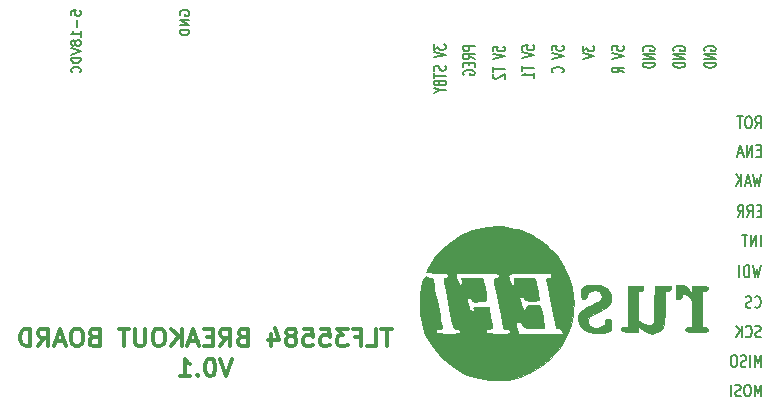
<source format=gbo>
%TF.GenerationSoftware,KiCad,Pcbnew,(5.0.2)-1*%
%TF.CreationDate,2019-01-19T15:18:41+08:00*%
%TF.ProjectId,TLF35584 breakout,544c4633-3535-4383-9420-627265616b6f,rev?*%
%TF.SameCoordinates,Original*%
%TF.FileFunction,Legend,Bot*%
%TF.FilePolarity,Positive*%
%FSLAX46Y46*%
G04 Gerber Fmt 4.6, Leading zero omitted, Abs format (unit mm)*
G04 Created by KiCad (PCBNEW (5.0.2)-1) date 19/01/2019 15:18:41*
%MOMM*%
%LPD*%
G01*
G04 APERTURE LIST*
%ADD10C,0.150000*%
%ADD11C,0.300000*%
%ADD12C,0.010000*%
G04 APERTURE END LIST*
D10*
X182757142Y-111952380D02*
X182757142Y-110952380D01*
X182490476Y-111666666D01*
X182223809Y-110952380D01*
X182223809Y-111952380D01*
X181690476Y-110952380D02*
X181538095Y-110952380D01*
X181461904Y-111000000D01*
X181385714Y-111095238D01*
X181347619Y-111285714D01*
X181347619Y-111619047D01*
X181385714Y-111809523D01*
X181461904Y-111904761D01*
X181538095Y-111952380D01*
X181690476Y-111952380D01*
X181766666Y-111904761D01*
X181842857Y-111809523D01*
X181880952Y-111619047D01*
X181880952Y-111285714D01*
X181842857Y-111095238D01*
X181766666Y-111000000D01*
X181690476Y-110952380D01*
X181042857Y-111904761D02*
X180928571Y-111952380D01*
X180738095Y-111952380D01*
X180661904Y-111904761D01*
X180623809Y-111857142D01*
X180585714Y-111761904D01*
X180585714Y-111666666D01*
X180623809Y-111571428D01*
X180661904Y-111523809D01*
X180738095Y-111476190D01*
X180890476Y-111428571D01*
X180966666Y-111380952D01*
X181004761Y-111333333D01*
X181042857Y-111238095D01*
X181042857Y-111142857D01*
X181004761Y-111047619D01*
X180966666Y-111000000D01*
X180890476Y-110952380D01*
X180700000Y-110952380D01*
X180585714Y-111000000D01*
X180242857Y-111952380D02*
X180242857Y-110952380D01*
X182757142Y-109452380D02*
X182757142Y-108452380D01*
X182490476Y-109166666D01*
X182223809Y-108452380D01*
X182223809Y-109452380D01*
X181842857Y-109452380D02*
X181842857Y-108452380D01*
X181500000Y-109404761D02*
X181385714Y-109452380D01*
X181195238Y-109452380D01*
X181119047Y-109404761D01*
X181080952Y-109357142D01*
X181042857Y-109261904D01*
X181042857Y-109166666D01*
X181080952Y-109071428D01*
X181119047Y-109023809D01*
X181195238Y-108976190D01*
X181347619Y-108928571D01*
X181423809Y-108880952D01*
X181461904Y-108833333D01*
X181500000Y-108738095D01*
X181500000Y-108642857D01*
X181461904Y-108547619D01*
X181423809Y-108500000D01*
X181347619Y-108452380D01*
X181157142Y-108452380D01*
X181042857Y-108500000D01*
X180547619Y-108452380D02*
X180395238Y-108452380D01*
X180319047Y-108500000D01*
X180242857Y-108595238D01*
X180204761Y-108785714D01*
X180204761Y-109119047D01*
X180242857Y-109309523D01*
X180319047Y-109404761D01*
X180395238Y-109452380D01*
X180547619Y-109452380D01*
X180623809Y-109404761D01*
X180700000Y-109309523D01*
X180738095Y-109119047D01*
X180738095Y-108785714D01*
X180700000Y-108595238D01*
X180623809Y-108500000D01*
X180547619Y-108452380D01*
X182728571Y-106904761D02*
X182614285Y-106952380D01*
X182423809Y-106952380D01*
X182347619Y-106904761D01*
X182309523Y-106857142D01*
X182271428Y-106761904D01*
X182271428Y-106666666D01*
X182309523Y-106571428D01*
X182347619Y-106523809D01*
X182423809Y-106476190D01*
X182576190Y-106428571D01*
X182652380Y-106380952D01*
X182690476Y-106333333D01*
X182728571Y-106238095D01*
X182728571Y-106142857D01*
X182690476Y-106047619D01*
X182652380Y-106000000D01*
X182576190Y-105952380D01*
X182385714Y-105952380D01*
X182271428Y-106000000D01*
X181471428Y-106857142D02*
X181509523Y-106904761D01*
X181623809Y-106952380D01*
X181700000Y-106952380D01*
X181814285Y-106904761D01*
X181890476Y-106809523D01*
X181928571Y-106714285D01*
X181966666Y-106523809D01*
X181966666Y-106380952D01*
X181928571Y-106190476D01*
X181890476Y-106095238D01*
X181814285Y-106000000D01*
X181700000Y-105952380D01*
X181623809Y-105952380D01*
X181509523Y-106000000D01*
X181471428Y-106047619D01*
X181128571Y-106952380D02*
X181128571Y-105952380D01*
X180671428Y-106952380D02*
X181014285Y-106380952D01*
X180671428Y-105952380D02*
X181128571Y-106523809D01*
X182233333Y-104357142D02*
X182271428Y-104404761D01*
X182385714Y-104452380D01*
X182461904Y-104452380D01*
X182576190Y-104404761D01*
X182652380Y-104309523D01*
X182690476Y-104214285D01*
X182728571Y-104023809D01*
X182728571Y-103880952D01*
X182690476Y-103690476D01*
X182652380Y-103595238D01*
X182576190Y-103500000D01*
X182461904Y-103452380D01*
X182385714Y-103452380D01*
X182271428Y-103500000D01*
X182233333Y-103547619D01*
X181928571Y-104404761D02*
X181814285Y-104452380D01*
X181623809Y-104452380D01*
X181547619Y-104404761D01*
X181509523Y-104357142D01*
X181471428Y-104261904D01*
X181471428Y-104166666D01*
X181509523Y-104071428D01*
X181547619Y-104023809D01*
X181623809Y-103976190D01*
X181776190Y-103928571D01*
X181852380Y-103880952D01*
X181890476Y-103833333D01*
X181928571Y-103738095D01*
X181928571Y-103642857D01*
X181890476Y-103547619D01*
X181852380Y-103500000D01*
X181776190Y-103452380D01*
X181585714Y-103452380D01*
X181471428Y-103500000D01*
X182733333Y-100852380D02*
X182542857Y-101852380D01*
X182390476Y-101138095D01*
X182238095Y-101852380D01*
X182047619Y-100852380D01*
X181742857Y-101852380D02*
X181742857Y-100852380D01*
X181552380Y-100852380D01*
X181438095Y-100900000D01*
X181361904Y-100995238D01*
X181323809Y-101090476D01*
X181285714Y-101280952D01*
X181285714Y-101423809D01*
X181323809Y-101614285D01*
X181361904Y-101709523D01*
X181438095Y-101804761D01*
X181552380Y-101852380D01*
X181742857Y-101852380D01*
X180942857Y-101852380D02*
X180942857Y-100852380D01*
X182723809Y-99252380D02*
X182723809Y-98252380D01*
X182342857Y-99252380D02*
X182342857Y-98252380D01*
X181885714Y-99252380D01*
X181885714Y-98252380D01*
X181619047Y-98252380D02*
X181161904Y-98252380D01*
X181390476Y-99252380D02*
X181390476Y-98252380D01*
X182771428Y-96228571D02*
X182504761Y-96228571D01*
X182390476Y-96752380D02*
X182771428Y-96752380D01*
X182771428Y-95752380D01*
X182390476Y-95752380D01*
X181590476Y-96752380D02*
X181857142Y-96276190D01*
X182047619Y-96752380D02*
X182047619Y-95752380D01*
X181742857Y-95752380D01*
X181666666Y-95800000D01*
X181628571Y-95847619D01*
X181590476Y-95942857D01*
X181590476Y-96085714D01*
X181628571Y-96180952D01*
X181666666Y-96228571D01*
X181742857Y-96276190D01*
X182047619Y-96276190D01*
X180790476Y-96752380D02*
X181057142Y-96276190D01*
X181247619Y-96752380D02*
X181247619Y-95752380D01*
X180942857Y-95752380D01*
X180866666Y-95800000D01*
X180828571Y-95847619D01*
X180790476Y-95942857D01*
X180790476Y-96085714D01*
X180828571Y-96180952D01*
X180866666Y-96228571D01*
X180942857Y-96276190D01*
X181247619Y-96276190D01*
X182785714Y-93152380D02*
X182595238Y-94152380D01*
X182442857Y-93438095D01*
X182290476Y-94152380D01*
X182100000Y-93152380D01*
X181833333Y-93866666D02*
X181452380Y-93866666D01*
X181909523Y-94152380D02*
X181642857Y-93152380D01*
X181376190Y-94152380D01*
X181109523Y-94152380D02*
X181109523Y-93152380D01*
X180652380Y-94152380D02*
X180995238Y-93580952D01*
X180652380Y-93152380D02*
X181109523Y-93723809D01*
X182733333Y-91128571D02*
X182466666Y-91128571D01*
X182352380Y-91652380D02*
X182733333Y-91652380D01*
X182733333Y-90652380D01*
X182352380Y-90652380D01*
X182009523Y-91652380D02*
X182009523Y-90652380D01*
X181552380Y-91652380D01*
X181552380Y-90652380D01*
X181209523Y-91366666D02*
X180828571Y-91366666D01*
X181285714Y-91652380D02*
X181019047Y-90652380D01*
X180752380Y-91652380D01*
X182276190Y-89252380D02*
X182542857Y-88776190D01*
X182733333Y-89252380D02*
X182733333Y-88252380D01*
X182428571Y-88252380D01*
X182352380Y-88300000D01*
X182314285Y-88347619D01*
X182276190Y-88442857D01*
X182276190Y-88585714D01*
X182314285Y-88680952D01*
X182352380Y-88728571D01*
X182428571Y-88776190D01*
X182733333Y-88776190D01*
X181780952Y-88252380D02*
X181628571Y-88252380D01*
X181552380Y-88300000D01*
X181476190Y-88395238D01*
X181438095Y-88585714D01*
X181438095Y-88919047D01*
X181476190Y-89109523D01*
X181552380Y-89204761D01*
X181628571Y-89252380D01*
X181780952Y-89252380D01*
X181857142Y-89204761D01*
X181933333Y-89109523D01*
X181971428Y-88919047D01*
X181971428Y-88585714D01*
X181933333Y-88395238D01*
X181857142Y-88300000D01*
X181780952Y-88252380D01*
X181209523Y-88252380D02*
X180752380Y-88252380D01*
X180980952Y-89252380D02*
X180980952Y-88252380D01*
X155052380Y-82150000D02*
X155052380Y-82583333D01*
X155433333Y-82350000D01*
X155433333Y-82450000D01*
X155480952Y-82516666D01*
X155528571Y-82550000D01*
X155623809Y-82583333D01*
X155861904Y-82583333D01*
X155957142Y-82550000D01*
X156004761Y-82516666D01*
X156052380Y-82450000D01*
X156052380Y-82250000D01*
X156004761Y-82183333D01*
X155957142Y-82150000D01*
X155052380Y-82783333D02*
X156052380Y-83016666D01*
X155052380Y-83250000D01*
X156004761Y-83983333D02*
X156052380Y-84083333D01*
X156052380Y-84250000D01*
X156004761Y-84316666D01*
X155957142Y-84350000D01*
X155861904Y-84383333D01*
X155766666Y-84383333D01*
X155671428Y-84350000D01*
X155623809Y-84316666D01*
X155576190Y-84250000D01*
X155528571Y-84116666D01*
X155480952Y-84050000D01*
X155433333Y-84016666D01*
X155338095Y-83983333D01*
X155242857Y-83983333D01*
X155147619Y-84016666D01*
X155100000Y-84050000D01*
X155052380Y-84116666D01*
X155052380Y-84283333D01*
X155100000Y-84383333D01*
X155052380Y-84583333D02*
X155052380Y-84983333D01*
X156052380Y-84783333D02*
X155052380Y-84783333D01*
X155528571Y-85450000D02*
X155576190Y-85550000D01*
X155623809Y-85583333D01*
X155719047Y-85616666D01*
X155861904Y-85616666D01*
X155957142Y-85583333D01*
X156004761Y-85550000D01*
X156052380Y-85483333D01*
X156052380Y-85216666D01*
X155052380Y-85216666D01*
X155052380Y-85450000D01*
X155100000Y-85516666D01*
X155147619Y-85550000D01*
X155242857Y-85583333D01*
X155338095Y-85583333D01*
X155433333Y-85550000D01*
X155480952Y-85516666D01*
X155528571Y-85450000D01*
X155528571Y-85216666D01*
X155576190Y-86050000D02*
X156052380Y-86050000D01*
X155052380Y-85816666D02*
X155576190Y-86050000D01*
X155052380Y-86283333D01*
X158552380Y-82300000D02*
X157552380Y-82300000D01*
X157552380Y-82566666D01*
X157600000Y-82633333D01*
X157647619Y-82666666D01*
X157742857Y-82700000D01*
X157885714Y-82700000D01*
X157980952Y-82666666D01*
X158028571Y-82633333D01*
X158076190Y-82566666D01*
X158076190Y-82300000D01*
X158552380Y-83400000D02*
X158076190Y-83166666D01*
X158552380Y-83000000D02*
X157552380Y-83000000D01*
X157552380Y-83266666D01*
X157600000Y-83333333D01*
X157647619Y-83366666D01*
X157742857Y-83400000D01*
X157885714Y-83400000D01*
X157980952Y-83366666D01*
X158028571Y-83333333D01*
X158076190Y-83266666D01*
X158076190Y-83000000D01*
X158028571Y-83700000D02*
X158028571Y-83933333D01*
X158552380Y-84033333D02*
X158552380Y-83700000D01*
X157552380Y-83700000D01*
X157552380Y-84033333D01*
X157600000Y-84700000D02*
X157552380Y-84633333D01*
X157552380Y-84533333D01*
X157600000Y-84433333D01*
X157695238Y-84366666D01*
X157790476Y-84333333D01*
X157980952Y-84300000D01*
X158123809Y-84300000D01*
X158314285Y-84333333D01*
X158409523Y-84366666D01*
X158504761Y-84433333D01*
X158552380Y-84533333D01*
X158552380Y-84600000D01*
X158504761Y-84700000D01*
X158457142Y-84733333D01*
X158123809Y-84733333D01*
X158123809Y-84600000D01*
X160052380Y-82700000D02*
X160052380Y-82366666D01*
X160528571Y-82333333D01*
X160480952Y-82366666D01*
X160433333Y-82433333D01*
X160433333Y-82600000D01*
X160480952Y-82666666D01*
X160528571Y-82700000D01*
X160623809Y-82733333D01*
X160861904Y-82733333D01*
X160957142Y-82700000D01*
X161004761Y-82666666D01*
X161052380Y-82600000D01*
X161052380Y-82433333D01*
X161004761Y-82366666D01*
X160957142Y-82333333D01*
X160052380Y-82933333D02*
X161052380Y-83166666D01*
X160052380Y-83400000D01*
X160052380Y-84066666D02*
X160052380Y-84466666D01*
X161052380Y-84266666D02*
X160052380Y-84266666D01*
X160147619Y-84666666D02*
X160100000Y-84700000D01*
X160052380Y-84766666D01*
X160052380Y-84933333D01*
X160100000Y-85000000D01*
X160147619Y-85033333D01*
X160242857Y-85066666D01*
X160338095Y-85066666D01*
X160480952Y-85033333D01*
X161052380Y-84633333D01*
X161052380Y-85066666D01*
X162552380Y-82600000D02*
X162552380Y-82266666D01*
X163028571Y-82233333D01*
X162980952Y-82266666D01*
X162933333Y-82333333D01*
X162933333Y-82500000D01*
X162980952Y-82566666D01*
X163028571Y-82600000D01*
X163123809Y-82633333D01*
X163361904Y-82633333D01*
X163457142Y-82600000D01*
X163504761Y-82566666D01*
X163552380Y-82500000D01*
X163552380Y-82333333D01*
X163504761Y-82266666D01*
X163457142Y-82233333D01*
X162552380Y-82833333D02*
X163552380Y-83066666D01*
X162552380Y-83300000D01*
X162552380Y-83966666D02*
X162552380Y-84366666D01*
X163552380Y-84166666D02*
X162552380Y-84166666D01*
X163552380Y-84966666D02*
X163552380Y-84566666D01*
X163552380Y-84766666D02*
X162552380Y-84766666D01*
X162695238Y-84700000D01*
X162790476Y-84633333D01*
X162838095Y-84566666D01*
X165052380Y-82650000D02*
X165052380Y-82316666D01*
X165528571Y-82283333D01*
X165480952Y-82316666D01*
X165433333Y-82383333D01*
X165433333Y-82550000D01*
X165480952Y-82616666D01*
X165528571Y-82650000D01*
X165623809Y-82683333D01*
X165861904Y-82683333D01*
X165957142Y-82650000D01*
X166004761Y-82616666D01*
X166052380Y-82550000D01*
X166052380Y-82383333D01*
X166004761Y-82316666D01*
X165957142Y-82283333D01*
X165052380Y-82883333D02*
X166052380Y-83116666D01*
X165052380Y-83350000D01*
X165957142Y-84516666D02*
X166004761Y-84483333D01*
X166052380Y-84383333D01*
X166052380Y-84316666D01*
X166004761Y-84216666D01*
X165909523Y-84150000D01*
X165814285Y-84116666D01*
X165623809Y-84083333D01*
X165480952Y-84083333D01*
X165290476Y-84116666D01*
X165195238Y-84150000D01*
X165100000Y-84216666D01*
X165052380Y-84316666D01*
X165052380Y-84383333D01*
X165100000Y-84483333D01*
X165147619Y-84516666D01*
X167652380Y-82266666D02*
X167652380Y-82700000D01*
X168033333Y-82466666D01*
X168033333Y-82566666D01*
X168080952Y-82633333D01*
X168128571Y-82666666D01*
X168223809Y-82700000D01*
X168461904Y-82700000D01*
X168557142Y-82666666D01*
X168604761Y-82633333D01*
X168652380Y-82566666D01*
X168652380Y-82366666D01*
X168604761Y-82300000D01*
X168557142Y-82266666D01*
X167652380Y-82900000D02*
X168652380Y-83133333D01*
X167652380Y-83366666D01*
X170152380Y-82650000D02*
X170152380Y-82316666D01*
X170628571Y-82283333D01*
X170580952Y-82316666D01*
X170533333Y-82383333D01*
X170533333Y-82550000D01*
X170580952Y-82616666D01*
X170628571Y-82650000D01*
X170723809Y-82683333D01*
X170961904Y-82683333D01*
X171057142Y-82650000D01*
X171104761Y-82616666D01*
X171152380Y-82550000D01*
X171152380Y-82383333D01*
X171104761Y-82316666D01*
X171057142Y-82283333D01*
X170152380Y-82883333D02*
X171152380Y-83116666D01*
X170152380Y-83350000D01*
X171152380Y-84516666D02*
X170676190Y-84283333D01*
X171152380Y-84116666D02*
X170152380Y-84116666D01*
X170152380Y-84383333D01*
X170200000Y-84450000D01*
X170247619Y-84483333D01*
X170342857Y-84516666D01*
X170485714Y-84516666D01*
X170580952Y-84483333D01*
X170628571Y-84450000D01*
X170676190Y-84383333D01*
X170676190Y-84116666D01*
X172800000Y-82666666D02*
X172752380Y-82600000D01*
X172752380Y-82500000D01*
X172800000Y-82400000D01*
X172895238Y-82333333D01*
X172990476Y-82300000D01*
X173180952Y-82266666D01*
X173323809Y-82266666D01*
X173514285Y-82300000D01*
X173609523Y-82333333D01*
X173704761Y-82400000D01*
X173752380Y-82500000D01*
X173752380Y-82566666D01*
X173704761Y-82666666D01*
X173657142Y-82700000D01*
X173323809Y-82700000D01*
X173323809Y-82566666D01*
X173752380Y-83000000D02*
X172752380Y-83000000D01*
X173752380Y-83400000D01*
X172752380Y-83400000D01*
X173752380Y-83733333D02*
X172752380Y-83733333D01*
X172752380Y-83900000D01*
X172800000Y-84000000D01*
X172895238Y-84066666D01*
X172990476Y-84100000D01*
X173180952Y-84133333D01*
X173323809Y-84133333D01*
X173514285Y-84100000D01*
X173609523Y-84066666D01*
X173704761Y-84000000D01*
X173752380Y-83900000D01*
X173752380Y-83733333D01*
X175400000Y-82666666D02*
X175352380Y-82600000D01*
X175352380Y-82500000D01*
X175400000Y-82400000D01*
X175495238Y-82333333D01*
X175590476Y-82300000D01*
X175780952Y-82266666D01*
X175923809Y-82266666D01*
X176114285Y-82300000D01*
X176209523Y-82333333D01*
X176304761Y-82400000D01*
X176352380Y-82500000D01*
X176352380Y-82566666D01*
X176304761Y-82666666D01*
X176257142Y-82700000D01*
X175923809Y-82700000D01*
X175923809Y-82566666D01*
X176352380Y-83000000D02*
X175352380Y-83000000D01*
X176352380Y-83400000D01*
X175352380Y-83400000D01*
X176352380Y-83733333D02*
X175352380Y-83733333D01*
X175352380Y-83900000D01*
X175400000Y-84000000D01*
X175495238Y-84066666D01*
X175590476Y-84100000D01*
X175780952Y-84133333D01*
X175923809Y-84133333D01*
X176114285Y-84100000D01*
X176209523Y-84066666D01*
X176304761Y-84000000D01*
X176352380Y-83900000D01*
X176352380Y-83733333D01*
X178000000Y-82666666D02*
X177952380Y-82600000D01*
X177952380Y-82500000D01*
X178000000Y-82400000D01*
X178095238Y-82333333D01*
X178190476Y-82300000D01*
X178380952Y-82266666D01*
X178523809Y-82266666D01*
X178714285Y-82300000D01*
X178809523Y-82333333D01*
X178904761Y-82400000D01*
X178952380Y-82500000D01*
X178952380Y-82566666D01*
X178904761Y-82666666D01*
X178857142Y-82700000D01*
X178523809Y-82700000D01*
X178523809Y-82566666D01*
X178952380Y-83000000D02*
X177952380Y-83000000D01*
X178952380Y-83400000D01*
X177952380Y-83400000D01*
X178952380Y-83733333D02*
X177952380Y-83733333D01*
X177952380Y-83900000D01*
X178000000Y-84000000D01*
X178095238Y-84066666D01*
X178190476Y-84100000D01*
X178380952Y-84133333D01*
X178523809Y-84133333D01*
X178714285Y-84100000D01*
X178809523Y-84066666D01*
X178904761Y-84000000D01*
X178952380Y-83900000D01*
X178952380Y-83733333D01*
X124361904Y-79690476D02*
X124361904Y-79309523D01*
X124742857Y-79271428D01*
X124704761Y-79309523D01*
X124666666Y-79385714D01*
X124666666Y-79576190D01*
X124704761Y-79652380D01*
X124742857Y-79690476D01*
X124819047Y-79728571D01*
X125009523Y-79728571D01*
X125085714Y-79690476D01*
X125123809Y-79652380D01*
X125161904Y-79576190D01*
X125161904Y-79385714D01*
X125123809Y-79309523D01*
X125085714Y-79271428D01*
X124857142Y-80071428D02*
X124857142Y-80680952D01*
X125161904Y-81480952D02*
X125161904Y-81023809D01*
X125161904Y-81252380D02*
X124361904Y-81252380D01*
X124476190Y-81176190D01*
X124552380Y-81100000D01*
X124590476Y-81023809D01*
X124704761Y-81938095D02*
X124666666Y-81861904D01*
X124628571Y-81823809D01*
X124552380Y-81785714D01*
X124514285Y-81785714D01*
X124438095Y-81823809D01*
X124400000Y-81861904D01*
X124361904Y-81938095D01*
X124361904Y-82090476D01*
X124400000Y-82166666D01*
X124438095Y-82204761D01*
X124514285Y-82242857D01*
X124552380Y-82242857D01*
X124628571Y-82204761D01*
X124666666Y-82166666D01*
X124704761Y-82090476D01*
X124704761Y-81938095D01*
X124742857Y-81861904D01*
X124780952Y-81823809D01*
X124857142Y-81785714D01*
X125009523Y-81785714D01*
X125085714Y-81823809D01*
X125123809Y-81861904D01*
X125161904Y-81938095D01*
X125161904Y-82090476D01*
X125123809Y-82166666D01*
X125085714Y-82204761D01*
X125009523Y-82242857D01*
X124857142Y-82242857D01*
X124780952Y-82204761D01*
X124742857Y-82166666D01*
X124704761Y-82090476D01*
X124361904Y-82471428D02*
X125161904Y-82738095D01*
X124361904Y-83004761D01*
X125161904Y-83271428D02*
X124361904Y-83271428D01*
X124361904Y-83461904D01*
X124400000Y-83576190D01*
X124476190Y-83652380D01*
X124552380Y-83690476D01*
X124704761Y-83728571D01*
X124819047Y-83728571D01*
X124971428Y-83690476D01*
X125047619Y-83652380D01*
X125123809Y-83576190D01*
X125161904Y-83461904D01*
X125161904Y-83271428D01*
X125085714Y-84528571D02*
X125123809Y-84490476D01*
X125161904Y-84376190D01*
X125161904Y-84300000D01*
X125123809Y-84185714D01*
X125047619Y-84109523D01*
X124971428Y-84071428D01*
X124819047Y-84033333D01*
X124704761Y-84033333D01*
X124552380Y-84071428D01*
X124476190Y-84109523D01*
X124400000Y-84185714D01*
X124361904Y-84300000D01*
X124361904Y-84376190D01*
X124400000Y-84490476D01*
X124438095Y-84528571D01*
X133600000Y-79690476D02*
X133561904Y-79614285D01*
X133561904Y-79500000D01*
X133600000Y-79385714D01*
X133676190Y-79309523D01*
X133752380Y-79271428D01*
X133904761Y-79233333D01*
X134019047Y-79233333D01*
X134171428Y-79271428D01*
X134247619Y-79309523D01*
X134323809Y-79385714D01*
X134361904Y-79500000D01*
X134361904Y-79576190D01*
X134323809Y-79690476D01*
X134285714Y-79728571D01*
X134019047Y-79728571D01*
X134019047Y-79576190D01*
X134361904Y-80071428D02*
X133561904Y-80071428D01*
X134361904Y-80528571D01*
X133561904Y-80528571D01*
X134361904Y-80909523D02*
X133561904Y-80909523D01*
X133561904Y-81100000D01*
X133600000Y-81214285D01*
X133676190Y-81290476D01*
X133752380Y-81328571D01*
X133904761Y-81366666D01*
X134019047Y-81366666D01*
X134171428Y-81328571D01*
X134247619Y-81290476D01*
X134323809Y-81214285D01*
X134361904Y-81100000D01*
X134361904Y-80909523D01*
D11*
X151485714Y-106203571D02*
X150628571Y-106203571D01*
X151057142Y-107703571D02*
X151057142Y-106203571D01*
X149414285Y-107703571D02*
X150128571Y-107703571D01*
X150128571Y-106203571D01*
X148414285Y-106917857D02*
X148914285Y-106917857D01*
X148914285Y-107703571D02*
X148914285Y-106203571D01*
X148200000Y-106203571D01*
X147771428Y-106203571D02*
X146842857Y-106203571D01*
X147342857Y-106775000D01*
X147128571Y-106775000D01*
X146985714Y-106846428D01*
X146914285Y-106917857D01*
X146842857Y-107060714D01*
X146842857Y-107417857D01*
X146914285Y-107560714D01*
X146985714Y-107632142D01*
X147128571Y-107703571D01*
X147557142Y-107703571D01*
X147700000Y-107632142D01*
X147771428Y-107560714D01*
X145485714Y-106203571D02*
X146200000Y-106203571D01*
X146271428Y-106917857D01*
X146200000Y-106846428D01*
X146057142Y-106775000D01*
X145700000Y-106775000D01*
X145557142Y-106846428D01*
X145485714Y-106917857D01*
X145414285Y-107060714D01*
X145414285Y-107417857D01*
X145485714Y-107560714D01*
X145557142Y-107632142D01*
X145700000Y-107703571D01*
X146057142Y-107703571D01*
X146200000Y-107632142D01*
X146271428Y-107560714D01*
X144057142Y-106203571D02*
X144771428Y-106203571D01*
X144842857Y-106917857D01*
X144771428Y-106846428D01*
X144628571Y-106775000D01*
X144271428Y-106775000D01*
X144128571Y-106846428D01*
X144057142Y-106917857D01*
X143985714Y-107060714D01*
X143985714Y-107417857D01*
X144057142Y-107560714D01*
X144128571Y-107632142D01*
X144271428Y-107703571D01*
X144628571Y-107703571D01*
X144771428Y-107632142D01*
X144842857Y-107560714D01*
X143128571Y-106846428D02*
X143271428Y-106775000D01*
X143342857Y-106703571D01*
X143414285Y-106560714D01*
X143414285Y-106489285D01*
X143342857Y-106346428D01*
X143271428Y-106275000D01*
X143128571Y-106203571D01*
X142842857Y-106203571D01*
X142700000Y-106275000D01*
X142628571Y-106346428D01*
X142557142Y-106489285D01*
X142557142Y-106560714D01*
X142628571Y-106703571D01*
X142700000Y-106775000D01*
X142842857Y-106846428D01*
X143128571Y-106846428D01*
X143271428Y-106917857D01*
X143342857Y-106989285D01*
X143414285Y-107132142D01*
X143414285Y-107417857D01*
X143342857Y-107560714D01*
X143271428Y-107632142D01*
X143128571Y-107703571D01*
X142842857Y-107703571D01*
X142700000Y-107632142D01*
X142628571Y-107560714D01*
X142557142Y-107417857D01*
X142557142Y-107132142D01*
X142628571Y-106989285D01*
X142700000Y-106917857D01*
X142842857Y-106846428D01*
X141271428Y-106703571D02*
X141271428Y-107703571D01*
X141628571Y-106132142D02*
X141985714Y-107203571D01*
X141057142Y-107203571D01*
X138842857Y-106917857D02*
X138628571Y-106989285D01*
X138557142Y-107060714D01*
X138485714Y-107203571D01*
X138485714Y-107417857D01*
X138557142Y-107560714D01*
X138628571Y-107632142D01*
X138771428Y-107703571D01*
X139342857Y-107703571D01*
X139342857Y-106203571D01*
X138842857Y-106203571D01*
X138700000Y-106275000D01*
X138628571Y-106346428D01*
X138557142Y-106489285D01*
X138557142Y-106632142D01*
X138628571Y-106775000D01*
X138700000Y-106846428D01*
X138842857Y-106917857D01*
X139342857Y-106917857D01*
X136985714Y-107703571D02*
X137485714Y-106989285D01*
X137842857Y-107703571D02*
X137842857Y-106203571D01*
X137271428Y-106203571D01*
X137128571Y-106275000D01*
X137057142Y-106346428D01*
X136985714Y-106489285D01*
X136985714Y-106703571D01*
X137057142Y-106846428D01*
X137128571Y-106917857D01*
X137271428Y-106989285D01*
X137842857Y-106989285D01*
X136342857Y-106917857D02*
X135842857Y-106917857D01*
X135628571Y-107703571D02*
X136342857Y-107703571D01*
X136342857Y-106203571D01*
X135628571Y-106203571D01*
X135057142Y-107275000D02*
X134342857Y-107275000D01*
X135200000Y-107703571D02*
X134700000Y-106203571D01*
X134200000Y-107703571D01*
X133700000Y-107703571D02*
X133700000Y-106203571D01*
X132842857Y-107703571D02*
X133485714Y-106846428D01*
X132842857Y-106203571D02*
X133700000Y-107060714D01*
X131914285Y-106203571D02*
X131628571Y-106203571D01*
X131485714Y-106275000D01*
X131342857Y-106417857D01*
X131271428Y-106703571D01*
X131271428Y-107203571D01*
X131342857Y-107489285D01*
X131485714Y-107632142D01*
X131628571Y-107703571D01*
X131914285Y-107703571D01*
X132057142Y-107632142D01*
X132200000Y-107489285D01*
X132271428Y-107203571D01*
X132271428Y-106703571D01*
X132200000Y-106417857D01*
X132057142Y-106275000D01*
X131914285Y-106203571D01*
X130628571Y-106203571D02*
X130628571Y-107417857D01*
X130557142Y-107560714D01*
X130485714Y-107632142D01*
X130342857Y-107703571D01*
X130057142Y-107703571D01*
X129914285Y-107632142D01*
X129842857Y-107560714D01*
X129771428Y-107417857D01*
X129771428Y-106203571D01*
X129271428Y-106203571D02*
X128414285Y-106203571D01*
X128842857Y-107703571D02*
X128842857Y-106203571D01*
X126271428Y-106917857D02*
X126057142Y-106989285D01*
X125985714Y-107060714D01*
X125914285Y-107203571D01*
X125914285Y-107417857D01*
X125985714Y-107560714D01*
X126057142Y-107632142D01*
X126200000Y-107703571D01*
X126771428Y-107703571D01*
X126771428Y-106203571D01*
X126271428Y-106203571D01*
X126128571Y-106275000D01*
X126057142Y-106346428D01*
X125985714Y-106489285D01*
X125985714Y-106632142D01*
X126057142Y-106775000D01*
X126128571Y-106846428D01*
X126271428Y-106917857D01*
X126771428Y-106917857D01*
X124985714Y-106203571D02*
X124700000Y-106203571D01*
X124557142Y-106275000D01*
X124414285Y-106417857D01*
X124342857Y-106703571D01*
X124342857Y-107203571D01*
X124414285Y-107489285D01*
X124557142Y-107632142D01*
X124700000Y-107703571D01*
X124985714Y-107703571D01*
X125128571Y-107632142D01*
X125271428Y-107489285D01*
X125342857Y-107203571D01*
X125342857Y-106703571D01*
X125271428Y-106417857D01*
X125128571Y-106275000D01*
X124985714Y-106203571D01*
X123771428Y-107275000D02*
X123057142Y-107275000D01*
X123914285Y-107703571D02*
X123414285Y-106203571D01*
X122914285Y-107703571D01*
X121557142Y-107703571D02*
X122057142Y-106989285D01*
X122414285Y-107703571D02*
X122414285Y-106203571D01*
X121842857Y-106203571D01*
X121700000Y-106275000D01*
X121628571Y-106346428D01*
X121557142Y-106489285D01*
X121557142Y-106703571D01*
X121628571Y-106846428D01*
X121700000Y-106917857D01*
X121842857Y-106989285D01*
X122414285Y-106989285D01*
X120914285Y-107703571D02*
X120914285Y-106203571D01*
X120557142Y-106203571D01*
X120342857Y-106275000D01*
X120200000Y-106417857D01*
X120128571Y-106560714D01*
X120057142Y-106846428D01*
X120057142Y-107060714D01*
X120128571Y-107346428D01*
X120200000Y-107489285D01*
X120342857Y-107632142D01*
X120557142Y-107703571D01*
X120914285Y-107703571D01*
X137985714Y-108753571D02*
X137485714Y-110253571D01*
X136985714Y-108753571D01*
X136200000Y-108753571D02*
X136057142Y-108753571D01*
X135914285Y-108825000D01*
X135842857Y-108896428D01*
X135771428Y-109039285D01*
X135700000Y-109325000D01*
X135700000Y-109682142D01*
X135771428Y-109967857D01*
X135842857Y-110110714D01*
X135914285Y-110182142D01*
X136057142Y-110253571D01*
X136200000Y-110253571D01*
X136342857Y-110182142D01*
X136414285Y-110110714D01*
X136485714Y-109967857D01*
X136557142Y-109682142D01*
X136557142Y-109325000D01*
X136485714Y-109039285D01*
X136414285Y-108896428D01*
X136342857Y-108825000D01*
X136200000Y-108753571D01*
X135057142Y-110110714D02*
X134985714Y-110182142D01*
X135057142Y-110253571D01*
X135128571Y-110182142D01*
X135057142Y-110110714D01*
X135057142Y-110253571D01*
X133557142Y-110253571D02*
X134414285Y-110253571D01*
X133985714Y-110253571D02*
X133985714Y-108753571D01*
X134128571Y-108967857D01*
X134271428Y-109110714D01*
X134414285Y-109182142D01*
D12*
G36*
X160221224Y-97537190D02*
X159898725Y-97568365D01*
X159533143Y-97621669D01*
X159123787Y-97693090D01*
X158731838Y-97774628D01*
X158417726Y-97853188D01*
X158310667Y-97886581D01*
X157367371Y-98300646D01*
X156500547Y-98846720D01*
X155731515Y-99507289D01*
X155081590Y-100264835D01*
X154706097Y-100848470D01*
X154561871Y-101112452D01*
X154458005Y-101316630D01*
X154416085Y-101418483D01*
X154416000Y-101419970D01*
X154494839Y-101442665D01*
X154708071Y-101460856D01*
X155020775Y-101472375D01*
X155307729Y-101475333D01*
X155706126Y-101477417D01*
X155967806Y-101487967D01*
X156125373Y-101513432D01*
X156211430Y-101560262D01*
X156258580Y-101634905D01*
X156270820Y-101665833D01*
X156298154Y-101810353D01*
X156206788Y-101880166D01*
X156119925Y-101901343D01*
X155963060Y-101961003D01*
X155918032Y-102089596D01*
X155924535Y-102197677D01*
X155947050Y-102340888D01*
X155996651Y-102619188D01*
X156067374Y-103001591D01*
X156153258Y-103457108D01*
X156248341Y-103954751D01*
X156346659Y-104463533D01*
X156442251Y-104952467D01*
X156529155Y-105390564D01*
X156601408Y-105746837D01*
X156653048Y-105990298D01*
X156661172Y-106026167D01*
X156740880Y-106169620D01*
X156920391Y-106216032D01*
X156957614Y-106216667D01*
X157135287Y-106239327D01*
X157209995Y-106293872D01*
X157210000Y-106294408D01*
X157237928Y-106436298D01*
X157261392Y-106506075D01*
X157265112Y-106562729D01*
X157207869Y-106600938D01*
X157064242Y-106624200D01*
X156808809Y-106636011D01*
X156416147Y-106639868D01*
X156287726Y-106640000D01*
X155891781Y-106633986D01*
X155567514Y-106617574D01*
X155347111Y-106593203D01*
X155262760Y-106563315D01*
X155262667Y-106562258D01*
X155234739Y-106420368D01*
X155211275Y-106350591D01*
X155209886Y-106261185D01*
X155320459Y-106222580D01*
X155474454Y-106216667D01*
X155678212Y-106207488D01*
X155753373Y-106155603D01*
X155740561Y-106024490D01*
X155731111Y-105985922D01*
X155682881Y-105769761D01*
X155623184Y-105470571D01*
X155589189Y-105287422D01*
X155544657Y-105047722D01*
X155476526Y-104690860D01*
X155392126Y-104254244D01*
X155298786Y-103775280D01*
X155203836Y-103291375D01*
X155114605Y-102839936D01*
X155038421Y-102458368D01*
X154982616Y-102184080D01*
X154962534Y-102089166D01*
X154885528Y-101946096D01*
X154708946Y-101899416D01*
X154668387Y-101898666D01*
X154490793Y-101870996D01*
X154416008Y-101804378D01*
X154416000Y-101803633D01*
X154383149Y-101751781D01*
X154301588Y-101803553D01*
X154163964Y-102005398D01*
X154047825Y-102350247D01*
X153957822Y-102812607D01*
X153898605Y-103366987D01*
X153874825Y-103987896D01*
X153874895Y-104142333D01*
X153919598Y-105003712D01*
X154046179Y-105759506D01*
X154265259Y-106457738D01*
X154503891Y-106986814D01*
X155038593Y-107858518D01*
X155708063Y-108648516D01*
X156487634Y-109332142D01*
X157352636Y-109884729D01*
X157455853Y-109938445D01*
X158116299Y-110208916D01*
X158881476Y-110414929D01*
X159696340Y-110548102D01*
X160505843Y-110600056D01*
X161254939Y-110562408D01*
X161410551Y-110540570D01*
X162361265Y-110304512D01*
X163282197Y-109910516D01*
X164153090Y-109369709D01*
X164953685Y-108693218D01*
X165164906Y-108478450D01*
X165424012Y-108196449D01*
X165634187Y-107943225D01*
X165816134Y-107685077D01*
X165990555Y-107388303D01*
X166178154Y-107019202D01*
X166354917Y-106640000D01*
X165991852Y-106640000D01*
X162232137Y-106640000D01*
X162199050Y-106529562D01*
X161518511Y-106529562D01*
X161490648Y-106583308D01*
X161401754Y-106615982D01*
X161224449Y-106632827D01*
X160931354Y-106639085D01*
X160517889Y-106640000D01*
X160122748Y-106633969D01*
X159799218Y-106617512D01*
X159579568Y-106593085D01*
X159496065Y-106563142D01*
X159496000Y-106562258D01*
X159468073Y-106420368D01*
X159444609Y-106350591D01*
X159443495Y-106260256D01*
X159556094Y-106221962D01*
X159698609Y-106216667D01*
X159904187Y-106200743D01*
X159989754Y-106132992D01*
X160004000Y-106025608D01*
X159978996Y-105812895D01*
X159918291Y-105555807D01*
X159913153Y-105538774D01*
X159845581Y-105269068D01*
X159783190Y-104940956D01*
X159764987Y-104819667D01*
X159707667Y-104396333D01*
X159044625Y-104371481D01*
X158714160Y-104361608D01*
X158521128Y-104367853D01*
X158433837Y-104397938D01*
X158420595Y-104459583D01*
X158436498Y-104519648D01*
X158448126Y-104649188D01*
X158340359Y-104691097D01*
X158283302Y-104692667D01*
X158131219Y-104660067D01*
X158055783Y-104530140D01*
X158033729Y-104417500D01*
X157974903Y-104127943D01*
X157903376Y-103867167D01*
X157853375Y-103681946D01*
X157883953Y-103606597D01*
X158017380Y-103592015D01*
X158028171Y-103592000D01*
X158221270Y-103651031D01*
X158287048Y-103764825D01*
X158326524Y-103854598D01*
X158411798Y-103903668D01*
X158581863Y-103920948D01*
X158875713Y-103915352D01*
X158935288Y-103912991D01*
X159249133Y-103895717D01*
X159428206Y-103868348D01*
X159507066Y-103819389D01*
X159520268Y-103737345D01*
X159518436Y-103719000D01*
X159454803Y-103237007D01*
X159383149Y-102791126D01*
X159310862Y-102422142D01*
X159245325Y-102170845D01*
X159230988Y-102131500D01*
X159136790Y-101898667D01*
X157360489Y-101898667D01*
X157416081Y-102195000D01*
X157440828Y-102393404D01*
X157400864Y-102476311D01*
X157301767Y-102491333D01*
X157176687Y-102445940D01*
X157085433Y-102286364D01*
X157038891Y-102131500D01*
X156970805Y-101872134D01*
X156914240Y-101663589D01*
X156902393Y-101621831D01*
X156897557Y-101572897D01*
X156928859Y-101536392D01*
X157016531Y-101510893D01*
X157180807Y-101494975D01*
X157441919Y-101487213D01*
X157820102Y-101486185D01*
X158335588Y-101490464D01*
X158706599Y-101494831D01*
X159310537Y-101502672D01*
X159766386Y-101510874D01*
X160095380Y-101521851D01*
X160318750Y-101538022D01*
X160457729Y-101561800D01*
X160533550Y-101595603D01*
X160567445Y-101641847D01*
X160580646Y-101702948D01*
X160581389Y-101708167D01*
X160570033Y-101850460D01*
X160449213Y-101896958D01*
X160390889Y-101898667D01*
X160270492Y-101917226D01*
X160199306Y-101988827D01*
X160176215Y-102137352D01*
X160200102Y-102386686D01*
X160269853Y-102760713D01*
X160336243Y-103068420D01*
X160423733Y-103472696D01*
X160508460Y-103880025D01*
X160574696Y-104214461D01*
X160584970Y-104269333D01*
X160655498Y-104646208D01*
X160733040Y-105052275D01*
X160761849Y-105200667D01*
X160822437Y-105518703D01*
X160876035Y-105813718D01*
X160896993Y-105936350D01*
X160954795Y-106129756D01*
X161082192Y-106212401D01*
X161213371Y-106232683D01*
X161418010Y-106284061D01*
X161504503Y-106406889D01*
X161512722Y-106449500D01*
X161518511Y-106529562D01*
X162199050Y-106529562D01*
X162134069Y-106312677D01*
X162048523Y-105969975D01*
X162042886Y-105756096D01*
X162121008Y-105648571D01*
X162252071Y-105624000D01*
X162434783Y-105673644D01*
X162546486Y-105849185D01*
X162552341Y-105865531D01*
X162596782Y-105975395D01*
X162660632Y-106048074D01*
X162777778Y-106094356D01*
X162982107Y-106125027D01*
X163307506Y-106150876D01*
X163485958Y-106162727D01*
X163850395Y-106182452D01*
X164150423Y-106190910D01*
X164346703Y-106187428D01*
X164400143Y-106178366D01*
X164411425Y-106084629D01*
X164391586Y-105867098D01*
X164348225Y-105566827D01*
X164288941Y-105224867D01*
X164221333Y-104882271D01*
X164153002Y-104580094D01*
X164091545Y-104359387D01*
X164045359Y-104261735D01*
X163910096Y-104224580D01*
X163672399Y-104202205D01*
X163398684Y-104196604D01*
X163155366Y-104209772D01*
X163037863Y-104231487D01*
X162908204Y-104346621D01*
X162882667Y-104444372D01*
X162819446Y-104582985D01*
X162727215Y-104608000D01*
X162623538Y-104563754D01*
X162532409Y-104411596D01*
X162436791Y-104122391D01*
X162430882Y-104101278D01*
X162346087Y-103794531D01*
X162307016Y-103616777D01*
X162317261Y-103533000D01*
X162380412Y-103508185D01*
X162491792Y-103507333D01*
X162678000Y-103571160D01*
X162737866Y-103676667D01*
X162783119Y-103769069D01*
X162884743Y-103820434D01*
X163083113Y-103842204D01*
X163335411Y-103846000D01*
X163626661Y-103833837D01*
X163845867Y-103802056D01*
X163941435Y-103760630D01*
X163949164Y-103643491D01*
X163925324Y-103407378D01*
X163878063Y-103097923D01*
X163815530Y-102760763D01*
X163745871Y-102441530D01*
X163677236Y-102185861D01*
X163642999Y-102089167D01*
X163596184Y-102002397D01*
X163520431Y-101946919D01*
X163381870Y-101915779D01*
X163146630Y-101902023D01*
X162780841Y-101898696D01*
X162715149Y-101898667D01*
X161866667Y-101898667D01*
X161866667Y-102195000D01*
X161846374Y-102401285D01*
X161770516Y-102483551D01*
X161708337Y-102491333D01*
X161586496Y-102436148D01*
X161487954Y-102252224D01*
X161444154Y-102113264D01*
X161388119Y-101909007D01*
X161361749Y-101753756D01*
X161383623Y-101640796D01*
X161472319Y-101563411D01*
X161646414Y-101514883D01*
X161924488Y-101488498D01*
X162325117Y-101477539D01*
X162866880Y-101475290D01*
X163208806Y-101475333D01*
X164979593Y-101475333D01*
X165020056Y-101687000D01*
X165027019Y-101838286D01*
X164936379Y-101892994D01*
X164818260Y-101898667D01*
X164641106Y-101930961D01*
X164579833Y-102004500D01*
X164596779Y-102114071D01*
X164642356Y-102365633D01*
X164711993Y-102735134D01*
X164801118Y-103198519D01*
X164905159Y-103731734D01*
X164986135Y-104142333D01*
X165388604Y-106174333D01*
X165650663Y-106200195D01*
X165853058Y-106255749D01*
X165943601Y-106394689D01*
X165952287Y-106433028D01*
X165991852Y-106640000D01*
X166354917Y-106640000D01*
X166399633Y-106544073D01*
X166528298Y-106259000D01*
X166635858Y-105942818D01*
X166736246Y-105512386D01*
X166819993Y-105022770D01*
X166877626Y-104529038D01*
X166899612Y-104100000D01*
X166865064Y-103380352D01*
X166742987Y-102686485D01*
X166520588Y-101951448D01*
X166454707Y-101771667D01*
X166022270Y-100836958D01*
X165465714Y-100010637D01*
X164771448Y-99272807D01*
X164710430Y-99217790D01*
X164398476Y-98963632D01*
X164025734Y-98695746D01*
X163635372Y-98441640D01*
X163270557Y-98228823D01*
X162974456Y-98084802D01*
X162879393Y-98050985D01*
X162646316Y-97971238D01*
X162417000Y-97878751D01*
X162227068Y-97818929D01*
X161918052Y-97747007D01*
X161538676Y-97673595D01*
X161268809Y-97628766D01*
X160840680Y-97567122D01*
X160513347Y-97536686D01*
X160221224Y-97537190D01*
X160221224Y-97537190D01*
G37*
X160221224Y-97537190D02*
X159898725Y-97568365D01*
X159533143Y-97621669D01*
X159123787Y-97693090D01*
X158731838Y-97774628D01*
X158417726Y-97853188D01*
X158310667Y-97886581D01*
X157367371Y-98300646D01*
X156500547Y-98846720D01*
X155731515Y-99507289D01*
X155081590Y-100264835D01*
X154706097Y-100848470D01*
X154561871Y-101112452D01*
X154458005Y-101316630D01*
X154416085Y-101418483D01*
X154416000Y-101419970D01*
X154494839Y-101442665D01*
X154708071Y-101460856D01*
X155020775Y-101472375D01*
X155307729Y-101475333D01*
X155706126Y-101477417D01*
X155967806Y-101487967D01*
X156125373Y-101513432D01*
X156211430Y-101560262D01*
X156258580Y-101634905D01*
X156270820Y-101665833D01*
X156298154Y-101810353D01*
X156206788Y-101880166D01*
X156119925Y-101901343D01*
X155963060Y-101961003D01*
X155918032Y-102089596D01*
X155924535Y-102197677D01*
X155947050Y-102340888D01*
X155996651Y-102619188D01*
X156067374Y-103001591D01*
X156153258Y-103457108D01*
X156248341Y-103954751D01*
X156346659Y-104463533D01*
X156442251Y-104952467D01*
X156529155Y-105390564D01*
X156601408Y-105746837D01*
X156653048Y-105990298D01*
X156661172Y-106026167D01*
X156740880Y-106169620D01*
X156920391Y-106216032D01*
X156957614Y-106216667D01*
X157135287Y-106239327D01*
X157209995Y-106293872D01*
X157210000Y-106294408D01*
X157237928Y-106436298D01*
X157261392Y-106506075D01*
X157265112Y-106562729D01*
X157207869Y-106600938D01*
X157064242Y-106624200D01*
X156808809Y-106636011D01*
X156416147Y-106639868D01*
X156287726Y-106640000D01*
X155891781Y-106633986D01*
X155567514Y-106617574D01*
X155347111Y-106593203D01*
X155262760Y-106563315D01*
X155262667Y-106562258D01*
X155234739Y-106420368D01*
X155211275Y-106350591D01*
X155209886Y-106261185D01*
X155320459Y-106222580D01*
X155474454Y-106216667D01*
X155678212Y-106207488D01*
X155753373Y-106155603D01*
X155740561Y-106024490D01*
X155731111Y-105985922D01*
X155682881Y-105769761D01*
X155623184Y-105470571D01*
X155589189Y-105287422D01*
X155544657Y-105047722D01*
X155476526Y-104690860D01*
X155392126Y-104254244D01*
X155298786Y-103775280D01*
X155203836Y-103291375D01*
X155114605Y-102839936D01*
X155038421Y-102458368D01*
X154982616Y-102184080D01*
X154962534Y-102089166D01*
X154885528Y-101946096D01*
X154708946Y-101899416D01*
X154668387Y-101898666D01*
X154490793Y-101870996D01*
X154416008Y-101804378D01*
X154416000Y-101803633D01*
X154383149Y-101751781D01*
X154301588Y-101803553D01*
X154163964Y-102005398D01*
X154047825Y-102350247D01*
X153957822Y-102812607D01*
X153898605Y-103366987D01*
X153874825Y-103987896D01*
X153874895Y-104142333D01*
X153919598Y-105003712D01*
X154046179Y-105759506D01*
X154265259Y-106457738D01*
X154503891Y-106986814D01*
X155038593Y-107858518D01*
X155708063Y-108648516D01*
X156487634Y-109332142D01*
X157352636Y-109884729D01*
X157455853Y-109938445D01*
X158116299Y-110208916D01*
X158881476Y-110414929D01*
X159696340Y-110548102D01*
X160505843Y-110600056D01*
X161254939Y-110562408D01*
X161410551Y-110540570D01*
X162361265Y-110304512D01*
X163282197Y-109910516D01*
X164153090Y-109369709D01*
X164953685Y-108693218D01*
X165164906Y-108478450D01*
X165424012Y-108196449D01*
X165634187Y-107943225D01*
X165816134Y-107685077D01*
X165990555Y-107388303D01*
X166178154Y-107019202D01*
X166354917Y-106640000D01*
X165991852Y-106640000D01*
X162232137Y-106640000D01*
X162199050Y-106529562D01*
X161518511Y-106529562D01*
X161490648Y-106583308D01*
X161401754Y-106615982D01*
X161224449Y-106632827D01*
X160931354Y-106639085D01*
X160517889Y-106640000D01*
X160122748Y-106633969D01*
X159799218Y-106617512D01*
X159579568Y-106593085D01*
X159496065Y-106563142D01*
X159496000Y-106562258D01*
X159468073Y-106420368D01*
X159444609Y-106350591D01*
X159443495Y-106260256D01*
X159556094Y-106221962D01*
X159698609Y-106216667D01*
X159904187Y-106200743D01*
X159989754Y-106132992D01*
X160004000Y-106025608D01*
X159978996Y-105812895D01*
X159918291Y-105555807D01*
X159913153Y-105538774D01*
X159845581Y-105269068D01*
X159783190Y-104940956D01*
X159764987Y-104819667D01*
X159707667Y-104396333D01*
X159044625Y-104371481D01*
X158714160Y-104361608D01*
X158521128Y-104367853D01*
X158433837Y-104397938D01*
X158420595Y-104459583D01*
X158436498Y-104519648D01*
X158448126Y-104649188D01*
X158340359Y-104691097D01*
X158283302Y-104692667D01*
X158131219Y-104660067D01*
X158055783Y-104530140D01*
X158033729Y-104417500D01*
X157974903Y-104127943D01*
X157903376Y-103867167D01*
X157853375Y-103681946D01*
X157883953Y-103606597D01*
X158017380Y-103592015D01*
X158028171Y-103592000D01*
X158221270Y-103651031D01*
X158287048Y-103764825D01*
X158326524Y-103854598D01*
X158411798Y-103903668D01*
X158581863Y-103920948D01*
X158875713Y-103915352D01*
X158935288Y-103912991D01*
X159249133Y-103895717D01*
X159428206Y-103868348D01*
X159507066Y-103819389D01*
X159520268Y-103737345D01*
X159518436Y-103719000D01*
X159454803Y-103237007D01*
X159383149Y-102791126D01*
X159310862Y-102422142D01*
X159245325Y-102170845D01*
X159230988Y-102131500D01*
X159136790Y-101898667D01*
X157360489Y-101898667D01*
X157416081Y-102195000D01*
X157440828Y-102393404D01*
X157400864Y-102476311D01*
X157301767Y-102491333D01*
X157176687Y-102445940D01*
X157085433Y-102286364D01*
X157038891Y-102131500D01*
X156970805Y-101872134D01*
X156914240Y-101663589D01*
X156902393Y-101621831D01*
X156897557Y-101572897D01*
X156928859Y-101536392D01*
X157016531Y-101510893D01*
X157180807Y-101494975D01*
X157441919Y-101487213D01*
X157820102Y-101486185D01*
X158335588Y-101490464D01*
X158706599Y-101494831D01*
X159310537Y-101502672D01*
X159766386Y-101510874D01*
X160095380Y-101521851D01*
X160318750Y-101538022D01*
X160457729Y-101561800D01*
X160533550Y-101595603D01*
X160567445Y-101641847D01*
X160580646Y-101702948D01*
X160581389Y-101708167D01*
X160570033Y-101850460D01*
X160449213Y-101896958D01*
X160390889Y-101898667D01*
X160270492Y-101917226D01*
X160199306Y-101988827D01*
X160176215Y-102137352D01*
X160200102Y-102386686D01*
X160269853Y-102760713D01*
X160336243Y-103068420D01*
X160423733Y-103472696D01*
X160508460Y-103880025D01*
X160574696Y-104214461D01*
X160584970Y-104269333D01*
X160655498Y-104646208D01*
X160733040Y-105052275D01*
X160761849Y-105200667D01*
X160822437Y-105518703D01*
X160876035Y-105813718D01*
X160896993Y-105936350D01*
X160954795Y-106129756D01*
X161082192Y-106212401D01*
X161213371Y-106232683D01*
X161418010Y-106284061D01*
X161504503Y-106406889D01*
X161512722Y-106449500D01*
X161518511Y-106529562D01*
X162199050Y-106529562D01*
X162134069Y-106312677D01*
X162048523Y-105969975D01*
X162042886Y-105756096D01*
X162121008Y-105648571D01*
X162252071Y-105624000D01*
X162434783Y-105673644D01*
X162546486Y-105849185D01*
X162552341Y-105865531D01*
X162596782Y-105975395D01*
X162660632Y-106048074D01*
X162777778Y-106094356D01*
X162982107Y-106125027D01*
X163307506Y-106150876D01*
X163485958Y-106162727D01*
X163850395Y-106182452D01*
X164150423Y-106190910D01*
X164346703Y-106187428D01*
X164400143Y-106178366D01*
X164411425Y-106084629D01*
X164391586Y-105867098D01*
X164348225Y-105566827D01*
X164288941Y-105224867D01*
X164221333Y-104882271D01*
X164153002Y-104580094D01*
X164091545Y-104359387D01*
X164045359Y-104261735D01*
X163910096Y-104224580D01*
X163672399Y-104202205D01*
X163398684Y-104196604D01*
X163155366Y-104209772D01*
X163037863Y-104231487D01*
X162908204Y-104346621D01*
X162882667Y-104444372D01*
X162819446Y-104582985D01*
X162727215Y-104608000D01*
X162623538Y-104563754D01*
X162532409Y-104411596D01*
X162436791Y-104122391D01*
X162430882Y-104101278D01*
X162346087Y-103794531D01*
X162307016Y-103616777D01*
X162317261Y-103533000D01*
X162380412Y-103508185D01*
X162491792Y-103507333D01*
X162678000Y-103571160D01*
X162737866Y-103676667D01*
X162783119Y-103769069D01*
X162884743Y-103820434D01*
X163083113Y-103842204D01*
X163335411Y-103846000D01*
X163626661Y-103833837D01*
X163845867Y-103802056D01*
X163941435Y-103760630D01*
X163949164Y-103643491D01*
X163925324Y-103407378D01*
X163878063Y-103097923D01*
X163815530Y-102760763D01*
X163745871Y-102441530D01*
X163677236Y-102185861D01*
X163642999Y-102089167D01*
X163596184Y-102002397D01*
X163520431Y-101946919D01*
X163381870Y-101915779D01*
X163146630Y-101902023D01*
X162780841Y-101898696D01*
X162715149Y-101898667D01*
X161866667Y-101898667D01*
X161866667Y-102195000D01*
X161846374Y-102401285D01*
X161770516Y-102483551D01*
X161708337Y-102491333D01*
X161586496Y-102436148D01*
X161487954Y-102252224D01*
X161444154Y-102113264D01*
X161388119Y-101909007D01*
X161361749Y-101753756D01*
X161383623Y-101640796D01*
X161472319Y-101563411D01*
X161646414Y-101514883D01*
X161924488Y-101488498D01*
X162325117Y-101477539D01*
X162866880Y-101475290D01*
X163208806Y-101475333D01*
X164979593Y-101475333D01*
X165020056Y-101687000D01*
X165027019Y-101838286D01*
X164936379Y-101892994D01*
X164818260Y-101898667D01*
X164641106Y-101930961D01*
X164579833Y-102004500D01*
X164596779Y-102114071D01*
X164642356Y-102365633D01*
X164711993Y-102735134D01*
X164801118Y-103198519D01*
X164905159Y-103731734D01*
X164986135Y-104142333D01*
X165388604Y-106174333D01*
X165650663Y-106200195D01*
X165853058Y-106255749D01*
X165943601Y-106394689D01*
X165952287Y-106433028D01*
X165991852Y-106640000D01*
X166354917Y-106640000D01*
X166399633Y-106544073D01*
X166528298Y-106259000D01*
X166635858Y-105942818D01*
X166736246Y-105512386D01*
X166819993Y-105022770D01*
X166877626Y-104529038D01*
X166899612Y-104100000D01*
X166865064Y-103380352D01*
X166742987Y-102686485D01*
X166520588Y-101951448D01*
X166454707Y-101771667D01*
X166022270Y-100836958D01*
X165465714Y-100010637D01*
X164771448Y-99272807D01*
X164710430Y-99217790D01*
X164398476Y-98963632D01*
X164025734Y-98695746D01*
X163635372Y-98441640D01*
X163270557Y-98228823D01*
X162974456Y-98084802D01*
X162879393Y-98050985D01*
X162646316Y-97971238D01*
X162417000Y-97878751D01*
X162227068Y-97818929D01*
X161918052Y-97747007D01*
X161538676Y-97673595D01*
X161268809Y-97628766D01*
X160840680Y-97567122D01*
X160513347Y-97536686D01*
X160221224Y-97537190D01*
G36*
X171518667Y-106047333D02*
X171222334Y-106047333D01*
X171021936Y-106063147D01*
X170939896Y-106134313D01*
X170926000Y-106259000D01*
X170932608Y-106361499D01*
X170974781Y-106424054D01*
X171086046Y-106456527D01*
X171299926Y-106468778D01*
X171645667Y-106470667D01*
X172365334Y-106470667D01*
X172365334Y-106017816D01*
X172558244Y-106199046D01*
X172749515Y-106331247D01*
X173020995Y-106466922D01*
X173305180Y-106577295D01*
X173534560Y-106633590D01*
X173582479Y-106635637D01*
X173718135Y-106602246D01*
X173931351Y-106525413D01*
X173978284Y-106506316D01*
X174189038Y-106401142D01*
X174347945Y-106268405D01*
X174462603Y-106083976D01*
X174540610Y-105823728D01*
X174589566Y-105463533D01*
X174617067Y-104979264D01*
X174629449Y-104438667D01*
X174649897Y-103041667D01*
X174904616Y-103015135D01*
X175088963Y-102968802D01*
X175154987Y-102853408D01*
X175159334Y-102778878D01*
X175153055Y-102676372D01*
X175111553Y-102615706D01*
X175000828Y-102587867D01*
X174786881Y-102583845D01*
X174460834Y-102593742D01*
X173762334Y-102618333D01*
X173739200Y-104178362D01*
X173725167Y-104782041D01*
X173703277Y-105265240D01*
X173674515Y-105613775D01*
X173639866Y-105813462D01*
X173622999Y-105850529D01*
X173440660Y-105948231D01*
X173174612Y-105945040D01*
X172872733Y-105846639D01*
X172687385Y-105739485D01*
X172365334Y-105516304D01*
X172365334Y-102999333D01*
X172577000Y-102999333D01*
X172738122Y-102964364D01*
X172787773Y-102826673D01*
X172788667Y-102787667D01*
X172780753Y-102680004D01*
X172733233Y-102616895D01*
X172610439Y-102586449D01*
X172376701Y-102576778D01*
X172153667Y-102576000D01*
X171518667Y-102576000D01*
X171518667Y-106047333D01*
X171518667Y-106047333D01*
G37*
X171518667Y-106047333D02*
X171222334Y-106047333D01*
X171021936Y-106063147D01*
X170939896Y-106134313D01*
X170926000Y-106259000D01*
X170932608Y-106361499D01*
X170974781Y-106424054D01*
X171086046Y-106456527D01*
X171299926Y-106468778D01*
X171645667Y-106470667D01*
X172365334Y-106470667D01*
X172365334Y-106017816D01*
X172558244Y-106199046D01*
X172749515Y-106331247D01*
X173020995Y-106466922D01*
X173305180Y-106577295D01*
X173534560Y-106633590D01*
X173582479Y-106635637D01*
X173718135Y-106602246D01*
X173931351Y-106525413D01*
X173978284Y-106506316D01*
X174189038Y-106401142D01*
X174347945Y-106268405D01*
X174462603Y-106083976D01*
X174540610Y-105823728D01*
X174589566Y-105463533D01*
X174617067Y-104979264D01*
X174629449Y-104438667D01*
X174649897Y-103041667D01*
X174904616Y-103015135D01*
X175088963Y-102968802D01*
X175154987Y-102853408D01*
X175159334Y-102778878D01*
X175153055Y-102676372D01*
X175111553Y-102615706D01*
X175000828Y-102587867D01*
X174786881Y-102583845D01*
X174460834Y-102593742D01*
X173762334Y-102618333D01*
X173739200Y-104178362D01*
X173725167Y-104782041D01*
X173703277Y-105265240D01*
X173674515Y-105613775D01*
X173639866Y-105813462D01*
X173622999Y-105850529D01*
X173440660Y-105948231D01*
X173174612Y-105945040D01*
X172872733Y-105846639D01*
X172687385Y-105739485D01*
X172365334Y-105516304D01*
X172365334Y-102999333D01*
X172577000Y-102999333D01*
X172738122Y-102964364D01*
X172787773Y-102826673D01*
X172788667Y-102787667D01*
X172780753Y-102680004D01*
X172733233Y-102616895D01*
X172610439Y-102586449D01*
X172376701Y-102576778D01*
X172153667Y-102576000D01*
X171518667Y-102576000D01*
X171518667Y-106047333D01*
G36*
X168388964Y-102513610D02*
X167999999Y-102562026D01*
X167750465Y-102638697D01*
X167610496Y-102768242D01*
X167550230Y-102975277D01*
X167539334Y-103213979D01*
X167543814Y-103479135D01*
X167572230Y-103616767D01*
X167647046Y-103668677D01*
X167787969Y-103676667D01*
X167962590Y-103654499D01*
X168039239Y-103553150D01*
X168063136Y-103401500D01*
X168102375Y-103219071D01*
X168207247Y-103105300D01*
X168426008Y-103010124D01*
X168447645Y-103002583D01*
X168679984Y-102931958D01*
X168830306Y-102930699D01*
X168973805Y-103005255D01*
X169040311Y-103053411D01*
X169242186Y-103275463D01*
X169304434Y-103516830D01*
X169218000Y-103738169D01*
X169092942Y-103835386D01*
X168856374Y-103976534D01*
X168551439Y-104136582D01*
X168428334Y-104196332D01*
X167974410Y-104423069D01*
X167656771Y-104617025D01*
X167452360Y-104802729D01*
X167338122Y-105004709D01*
X167291000Y-105247494D01*
X167285334Y-105412333D01*
X167359769Y-105826308D01*
X167581986Y-106158793D01*
X167950352Y-106407980D01*
X168296704Y-106532533D01*
X168617899Y-106606143D01*
X168882903Y-106623290D01*
X169178997Y-106585179D01*
X169359667Y-106547191D01*
X169704464Y-106470824D01*
X169917553Y-106410717D01*
X170030327Y-106337611D01*
X170074178Y-106222245D01*
X170080498Y-106035357D01*
X170079334Y-105876387D01*
X170075977Y-105595751D01*
X170052538Y-105444473D01*
X169988966Y-105382577D01*
X169865210Y-105370087D01*
X169825334Y-105370000D01*
X169646141Y-105390603D01*
X169579512Y-105488327D01*
X169571334Y-105627009D01*
X169551641Y-105789836D01*
X169465703Y-105903282D01*
X169273230Y-106010568D01*
X169172294Y-106055066D01*
X168926908Y-106152626D01*
X168761383Y-106181696D01*
X168602099Y-106145322D01*
X168459338Y-106084558D01*
X168199647Y-105897730D01*
X168085330Y-105661074D01*
X168115649Y-105410352D01*
X168289869Y-105181328D01*
X168480403Y-105060813D01*
X169021530Y-104797653D01*
X169425974Y-104582202D01*
X169713202Y-104396669D01*
X169902684Y-104223260D01*
X170013887Y-104044186D01*
X170066281Y-103841654D01*
X170079334Y-103599615D01*
X170061843Y-103333433D01*
X169986335Y-103138920D01*
X169818259Y-102936490D01*
X169770353Y-102887908D01*
X169496496Y-102665741D01*
X169192522Y-102538541D01*
X168813778Y-102494209D01*
X168388964Y-102513610D01*
X168388964Y-102513610D01*
G37*
X168388964Y-102513610D02*
X167999999Y-102562026D01*
X167750465Y-102638697D01*
X167610496Y-102768242D01*
X167550230Y-102975277D01*
X167539334Y-103213979D01*
X167543814Y-103479135D01*
X167572230Y-103616767D01*
X167647046Y-103668677D01*
X167787969Y-103676667D01*
X167962590Y-103654499D01*
X168039239Y-103553150D01*
X168063136Y-103401500D01*
X168102375Y-103219071D01*
X168207247Y-103105300D01*
X168426008Y-103010124D01*
X168447645Y-103002583D01*
X168679984Y-102931958D01*
X168830306Y-102930699D01*
X168973805Y-103005255D01*
X169040311Y-103053411D01*
X169242186Y-103275463D01*
X169304434Y-103516830D01*
X169218000Y-103738169D01*
X169092942Y-103835386D01*
X168856374Y-103976534D01*
X168551439Y-104136582D01*
X168428334Y-104196332D01*
X167974410Y-104423069D01*
X167656771Y-104617025D01*
X167452360Y-104802729D01*
X167338122Y-105004709D01*
X167291000Y-105247494D01*
X167285334Y-105412333D01*
X167359769Y-105826308D01*
X167581986Y-106158793D01*
X167950352Y-106407980D01*
X168296704Y-106532533D01*
X168617899Y-106606143D01*
X168882903Y-106623290D01*
X169178997Y-106585179D01*
X169359667Y-106547191D01*
X169704464Y-106470824D01*
X169917553Y-106410717D01*
X170030327Y-106337611D01*
X170074178Y-106222245D01*
X170080498Y-106035357D01*
X170079334Y-105876387D01*
X170075977Y-105595751D01*
X170052538Y-105444473D01*
X169988966Y-105382577D01*
X169865210Y-105370087D01*
X169825334Y-105370000D01*
X169646141Y-105390603D01*
X169579512Y-105488327D01*
X169571334Y-105627009D01*
X169551641Y-105789836D01*
X169465703Y-105903282D01*
X169273230Y-106010568D01*
X169172294Y-106055066D01*
X168926908Y-106152626D01*
X168761383Y-106181696D01*
X168602099Y-106145322D01*
X168459338Y-106084558D01*
X168199647Y-105897730D01*
X168085330Y-105661074D01*
X168115649Y-105410352D01*
X168289869Y-105181328D01*
X168480403Y-105060813D01*
X169021530Y-104797653D01*
X169425974Y-104582202D01*
X169713202Y-104396669D01*
X169902684Y-104223260D01*
X170013887Y-104044186D01*
X170066281Y-103841654D01*
X170079334Y-103599615D01*
X170061843Y-103333433D01*
X169986335Y-103138920D01*
X169818259Y-102936490D01*
X169770353Y-102887908D01*
X169496496Y-102665741D01*
X169192522Y-102538541D01*
X168813778Y-102494209D01*
X168388964Y-102513610D01*
G36*
X175582667Y-103676667D02*
X175836667Y-103676667D01*
X176017880Y-103654204D01*
X176084292Y-103557248D01*
X176090667Y-103459294D01*
X176112364Y-103305772D01*
X176207963Y-103280835D01*
X176281167Y-103299473D01*
X176471825Y-103396241D01*
X176683451Y-103555770D01*
X176704500Y-103575019D01*
X176798701Y-103668260D01*
X176863295Y-103761810D01*
X176903867Y-103887806D01*
X176926004Y-104078386D01*
X176935290Y-104365687D01*
X176937310Y-104781847D01*
X176937334Y-104914809D01*
X176937334Y-106036604D01*
X176662167Y-106063135D01*
X176456506Y-106113748D01*
X176369038Y-106234139D01*
X176359945Y-106280167D01*
X176354226Y-106361434D01*
X176383103Y-106415513D01*
X176474426Y-106447940D01*
X176656043Y-106464251D01*
X176955804Y-106469981D01*
X177318334Y-106470667D01*
X177738563Y-106469541D01*
X178017309Y-106462474D01*
X178182419Y-106443930D01*
X178261744Y-106408373D01*
X178283131Y-106350267D01*
X178276722Y-106280167D01*
X178195486Y-106122330D01*
X178016834Y-106062876D01*
X177784000Y-106036086D01*
X177784000Y-102999333D01*
X178043889Y-102999333D01*
X178224292Y-102980463D01*
X178281987Y-102899477D01*
X178276722Y-102808833D01*
X178249804Y-102712191D01*
X178178643Y-102652869D01*
X178026880Y-102619413D01*
X177758154Y-102600369D01*
X177593500Y-102593605D01*
X176937334Y-102568877D01*
X176937017Y-102932272D01*
X176936701Y-103295667D01*
X176771428Y-103024610D01*
X176498388Y-102724401D01*
X176138481Y-102537792D01*
X175840872Y-102491333D01*
X175582667Y-102491333D01*
X175582667Y-103676667D01*
X175582667Y-103676667D01*
G37*
X175582667Y-103676667D02*
X175836667Y-103676667D01*
X176017880Y-103654204D01*
X176084292Y-103557248D01*
X176090667Y-103459294D01*
X176112364Y-103305772D01*
X176207963Y-103280835D01*
X176281167Y-103299473D01*
X176471825Y-103396241D01*
X176683451Y-103555770D01*
X176704500Y-103575019D01*
X176798701Y-103668260D01*
X176863295Y-103761810D01*
X176903867Y-103887806D01*
X176926004Y-104078386D01*
X176935290Y-104365687D01*
X176937310Y-104781847D01*
X176937334Y-104914809D01*
X176937334Y-106036604D01*
X176662167Y-106063135D01*
X176456506Y-106113748D01*
X176369038Y-106234139D01*
X176359945Y-106280167D01*
X176354226Y-106361434D01*
X176383103Y-106415513D01*
X176474426Y-106447940D01*
X176656043Y-106464251D01*
X176955804Y-106469981D01*
X177318334Y-106470667D01*
X177738563Y-106469541D01*
X178017309Y-106462474D01*
X178182419Y-106443930D01*
X178261744Y-106408373D01*
X178283131Y-106350267D01*
X178276722Y-106280167D01*
X178195486Y-106122330D01*
X178016834Y-106062876D01*
X177784000Y-106036086D01*
X177784000Y-102999333D01*
X178043889Y-102999333D01*
X178224292Y-102980463D01*
X178281987Y-102899477D01*
X178276722Y-102808833D01*
X178249804Y-102712191D01*
X178178643Y-102652869D01*
X178026880Y-102619413D01*
X177758154Y-102600369D01*
X177593500Y-102593605D01*
X176937334Y-102568877D01*
X176937017Y-102932272D01*
X176936701Y-103295667D01*
X176771428Y-103024610D01*
X176498388Y-102724401D01*
X176138481Y-102537792D01*
X175840872Y-102491333D01*
X175582667Y-102491333D01*
X175582667Y-103676667D01*
M02*

</source>
